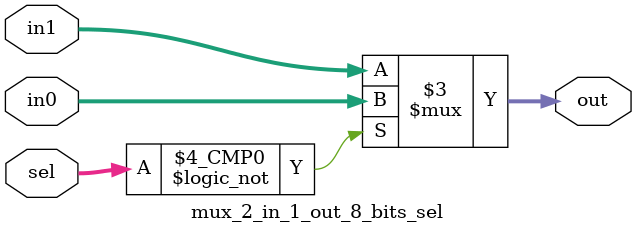
<source format=v>
module mux_2_in_1_out_8_bits_sel (in0 , in1 , sel , out);
input [26:0]in0 , in1;
input [7:0]sel;
output reg [26:0]out;
always@(*)
begin
    case(sel)
        8'b 0000_0000:
            begin
                out = in0;
            end
        default:
            begin
                out = in1;
            end
    endcase
end
endmodule
</source>
